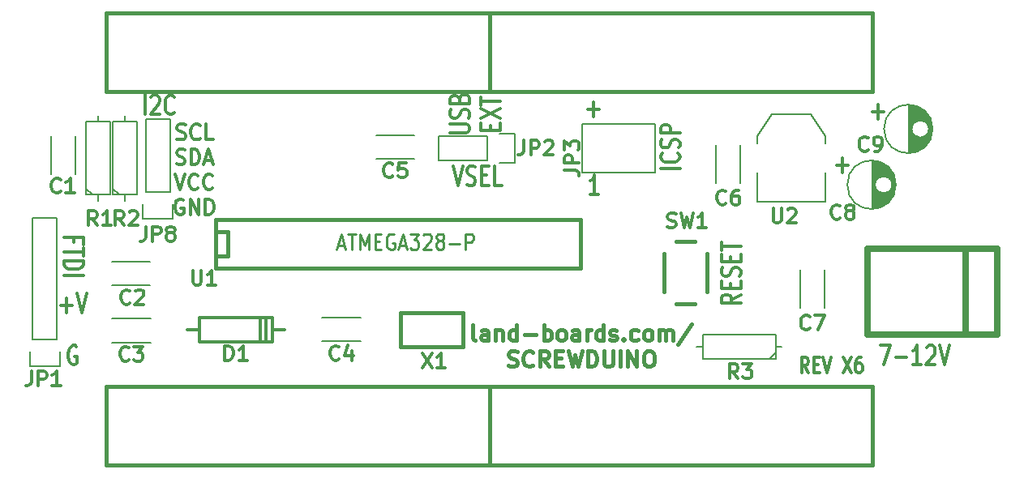
<source format=gbr>
G04 #@! TF.FileFunction,Legend,Top*
%FSLAX46Y46*%
G04 Gerber Fmt 4.6, Leading zero omitted, Abs format (unit mm)*
G04 Created by KiCad (PCBNEW (after 2015-mar-04 BZR unknown)-product) date 8/29/2015 7:40:19 PM*
%MOMM*%
G01*
G04 APERTURE LIST*
%ADD10C,0.150000*%
%ADD11C,0.304800*%
%ADD12C,0.412750*%
%ADD13C,0.203200*%
%ADD14C,0.381000*%
%ADD15C,0.650000*%
%ADD16C,0.284480*%
G04 APERTURE END LIST*
D10*
D11*
X173282429Y-96157143D02*
X174443572Y-96157143D01*
X173863001Y-96931238D02*
X173863001Y-95383048D01*
X176965429Y-90569143D02*
X178126572Y-90569143D01*
X177546001Y-91343238D02*
X177546001Y-89795048D01*
X147247429Y-90315143D02*
X148408572Y-90315143D01*
X147828001Y-91089238D02*
X147828001Y-89541048D01*
X170300952Y-117840881D02*
X169877619Y-117054690D01*
X169575238Y-117840881D02*
X169575238Y-116189881D01*
X170059047Y-116189881D01*
X170180000Y-116268500D01*
X170240476Y-116347119D01*
X170300952Y-116504357D01*
X170300952Y-116740214D01*
X170240476Y-116897452D01*
X170180000Y-116976071D01*
X170059047Y-117054690D01*
X169575238Y-117054690D01*
X170845238Y-116976071D02*
X171268571Y-116976071D01*
X171450000Y-117840881D02*
X170845238Y-117840881D01*
X170845238Y-116189881D01*
X171450000Y-116189881D01*
X171812857Y-116189881D02*
X172236191Y-117840881D01*
X172659524Y-116189881D01*
X173929524Y-116189881D02*
X174776190Y-117840881D01*
X174776190Y-116189881D02*
X173929524Y-117840881D01*
X175804286Y-116189881D02*
X175562381Y-116189881D01*
X175441429Y-116268500D01*
X175380952Y-116347119D01*
X175260000Y-116582976D01*
X175199524Y-116897452D01*
X175199524Y-117526405D01*
X175260000Y-117683643D01*
X175320476Y-117762262D01*
X175441429Y-117840881D01*
X175683333Y-117840881D01*
X175804286Y-117762262D01*
X175864762Y-117683643D01*
X175925238Y-117526405D01*
X175925238Y-117133310D01*
X175864762Y-116976071D01*
X175804286Y-116897452D01*
X175683333Y-116818833D01*
X175441429Y-116818833D01*
X175320476Y-116897452D01*
X175260000Y-116976071D01*
X175199524Y-117133310D01*
X93617143Y-104176286D02*
X93617143Y-103668286D01*
X92552762Y-103668286D02*
X94584762Y-103668286D01*
X94584762Y-104394000D01*
X94584762Y-104756858D02*
X94584762Y-105627715D01*
X92552762Y-105192286D02*
X94584762Y-105192286D01*
X92552762Y-106135715D02*
X94584762Y-106135715D01*
X94584762Y-106498572D01*
X94488000Y-106716287D01*
X94294476Y-106861429D01*
X94100952Y-106934001D01*
X93713905Y-107006572D01*
X93423619Y-107006572D01*
X93036571Y-106934001D01*
X92843048Y-106861429D01*
X92649524Y-106716287D01*
X92552762Y-106498572D01*
X92552762Y-106135715D01*
X92552762Y-107659715D02*
X94584762Y-107659715D01*
X177799999Y-114965238D02*
X178815999Y-114965238D01*
X178162856Y-116997238D01*
X179396571Y-116223143D02*
X180557714Y-116223143D01*
X182081714Y-116997238D02*
X181210857Y-116997238D01*
X181646285Y-116997238D02*
X181646285Y-114965238D01*
X181501142Y-115255524D01*
X181356000Y-115449048D01*
X181210857Y-115545810D01*
X182662286Y-115158762D02*
X182734857Y-115062000D01*
X182880000Y-114965238D01*
X183242857Y-114965238D01*
X183388000Y-115062000D01*
X183460571Y-115158762D01*
X183533143Y-115352286D01*
X183533143Y-115545810D01*
X183460571Y-115836095D01*
X182589714Y-116997238D01*
X183533143Y-116997238D01*
X183968572Y-114965238D02*
X184476572Y-116997238D01*
X184984572Y-114965238D01*
X101001286Y-90835238D02*
X101001286Y-88803238D01*
X101654429Y-88996762D02*
X101727000Y-88900000D01*
X101872143Y-88803238D01*
X102235000Y-88803238D01*
X102380143Y-88900000D01*
X102452714Y-88996762D01*
X102525286Y-89190286D01*
X102525286Y-89383810D01*
X102452714Y-89674095D01*
X101581857Y-90835238D01*
X102525286Y-90835238D01*
X104049286Y-90641714D02*
X103976715Y-90738476D01*
X103759001Y-90835238D01*
X103613858Y-90835238D01*
X103396143Y-90738476D01*
X103251001Y-90544952D01*
X103178429Y-90351429D01*
X103105858Y-89964381D01*
X103105858Y-89674095D01*
X103178429Y-89287048D01*
X103251001Y-89093524D01*
X103396143Y-88900000D01*
X103613858Y-88803238D01*
X103759001Y-88803238D01*
X103976715Y-88900000D01*
X104049286Y-88996762D01*
X148390429Y-99217238D02*
X147519572Y-99217238D01*
X147955000Y-99217238D02*
X147955000Y-97185238D01*
X147809857Y-97475524D01*
X147664715Y-97669048D01*
X147519572Y-97765810D01*
X137078857Y-92472857D02*
X137078857Y-91964857D01*
X138143238Y-91747143D02*
X138143238Y-92472857D01*
X136111238Y-92472857D01*
X136111238Y-91747143D01*
X136111238Y-91239143D02*
X138143238Y-90223143D01*
X136111238Y-90223143D02*
X138143238Y-91239143D01*
X136111238Y-89860285D02*
X136111238Y-88989428D01*
X138143238Y-89424857D02*
X136111238Y-89424857D01*
X132872238Y-92728143D02*
X134517190Y-92728143D01*
X134710714Y-92655571D01*
X134807476Y-92583000D01*
X134904238Y-92437857D01*
X134904238Y-92147571D01*
X134807476Y-92002429D01*
X134710714Y-91929857D01*
X134517190Y-91857286D01*
X132872238Y-91857286D01*
X134807476Y-91204143D02*
X134904238Y-90986429D01*
X134904238Y-90623572D01*
X134807476Y-90478429D01*
X134710714Y-90405858D01*
X134517190Y-90333286D01*
X134323667Y-90333286D01*
X134130143Y-90405858D01*
X134033381Y-90478429D01*
X133936619Y-90623572D01*
X133839857Y-90913858D01*
X133743095Y-91059000D01*
X133646333Y-91131572D01*
X133452810Y-91204143D01*
X133259286Y-91204143D01*
X133065762Y-91131572D01*
X132969000Y-91059000D01*
X132872238Y-90913858D01*
X132872238Y-90551000D01*
X132969000Y-90333286D01*
X133839857Y-89172143D02*
X133936619Y-88954429D01*
X134033381Y-88881857D01*
X134226905Y-88809286D01*
X134517190Y-88809286D01*
X134710714Y-88881857D01*
X134807476Y-88954429D01*
X134904238Y-89099571D01*
X134904238Y-89680143D01*
X132872238Y-89680143D01*
X132872238Y-89172143D01*
X132969000Y-89027000D01*
X133065762Y-88954429D01*
X133259286Y-88881857D01*
X133452810Y-88881857D01*
X133646333Y-88954429D01*
X133743095Y-89027000D01*
X133839857Y-89172143D01*
X133839857Y-89680143D01*
X133184000Y-96227238D02*
X133692000Y-98259238D01*
X134200000Y-96227238D01*
X134635429Y-98162476D02*
X134853143Y-98259238D01*
X135216000Y-98259238D01*
X135361143Y-98162476D01*
X135433714Y-98065714D01*
X135506286Y-97872190D01*
X135506286Y-97678667D01*
X135433714Y-97485143D01*
X135361143Y-97388381D01*
X135216000Y-97291619D01*
X134925714Y-97194857D01*
X134780572Y-97098095D01*
X134708000Y-97001333D01*
X134635429Y-96807810D01*
X134635429Y-96614286D01*
X134708000Y-96420762D01*
X134780572Y-96324000D01*
X134925714Y-96227238D01*
X135288572Y-96227238D01*
X135506286Y-96324000D01*
X136159429Y-97194857D02*
X136667429Y-97194857D01*
X136885143Y-98259238D02*
X136159429Y-98259238D01*
X136159429Y-96227238D01*
X136885143Y-96227238D01*
X138264000Y-98259238D02*
X137538286Y-98259238D01*
X137538286Y-96227238D01*
X163225238Y-109655429D02*
X162257619Y-110163429D01*
X163225238Y-110526286D02*
X161193238Y-110526286D01*
X161193238Y-109945714D01*
X161290000Y-109800572D01*
X161386762Y-109728000D01*
X161580286Y-109655429D01*
X161870571Y-109655429D01*
X162064095Y-109728000D01*
X162160857Y-109800572D01*
X162257619Y-109945714D01*
X162257619Y-110526286D01*
X162160857Y-109002286D02*
X162160857Y-108494286D01*
X163225238Y-108276572D02*
X163225238Y-109002286D01*
X161193238Y-109002286D01*
X161193238Y-108276572D01*
X163128476Y-107696000D02*
X163225238Y-107478286D01*
X163225238Y-107115429D01*
X163128476Y-106970286D01*
X163031714Y-106897715D01*
X162838190Y-106825143D01*
X162644667Y-106825143D01*
X162451143Y-106897715D01*
X162354381Y-106970286D01*
X162257619Y-107115429D01*
X162160857Y-107405715D01*
X162064095Y-107550857D01*
X161967333Y-107623429D01*
X161773810Y-107696000D01*
X161580286Y-107696000D01*
X161386762Y-107623429D01*
X161290000Y-107550857D01*
X161193238Y-107405715D01*
X161193238Y-107042857D01*
X161290000Y-106825143D01*
X162160857Y-106172000D02*
X162160857Y-105664000D01*
X163225238Y-105446286D02*
X163225238Y-106172000D01*
X161193238Y-106172000D01*
X161193238Y-105446286D01*
X161193238Y-105010857D02*
X161193238Y-104140000D01*
X163225238Y-104575429D02*
X161193238Y-104575429D01*
D12*
X135512023Y-114446806D02*
X135354785Y-114368187D01*
X135276166Y-114210949D01*
X135276166Y-112795806D01*
X136848548Y-114446806D02*
X136848548Y-113581996D01*
X136769929Y-113424758D01*
X136612691Y-113346139D01*
X136298214Y-113346139D01*
X136140976Y-113424758D01*
X136848548Y-114368187D02*
X136691310Y-114446806D01*
X136298214Y-114446806D01*
X136140976Y-114368187D01*
X136062357Y-114210949D01*
X136062357Y-114053711D01*
X136140976Y-113896473D01*
X136298214Y-113817854D01*
X136691310Y-113817854D01*
X136848548Y-113739235D01*
X137634738Y-113346139D02*
X137634738Y-114446806D01*
X137634738Y-113503377D02*
X137713357Y-113424758D01*
X137870595Y-113346139D01*
X138106453Y-113346139D01*
X138263691Y-113424758D01*
X138342310Y-113581996D01*
X138342310Y-114446806D01*
X139836072Y-114446806D02*
X139836072Y-112795806D01*
X139836072Y-114368187D02*
X139678834Y-114446806D01*
X139364357Y-114446806D01*
X139207119Y-114368187D01*
X139128500Y-114289568D01*
X139049881Y-114132330D01*
X139049881Y-113660615D01*
X139128500Y-113503377D01*
X139207119Y-113424758D01*
X139364357Y-113346139D01*
X139678834Y-113346139D01*
X139836072Y-113424758D01*
X140622262Y-113817854D02*
X141880167Y-113817854D01*
X142666357Y-114446806D02*
X142666357Y-112795806D01*
X142666357Y-113424758D02*
X142823595Y-113346139D01*
X143138072Y-113346139D01*
X143295310Y-113424758D01*
X143373929Y-113503377D01*
X143452548Y-113660615D01*
X143452548Y-114132330D01*
X143373929Y-114289568D01*
X143295310Y-114368187D01*
X143138072Y-114446806D01*
X142823595Y-114446806D01*
X142666357Y-114368187D01*
X144395976Y-114446806D02*
X144238738Y-114368187D01*
X144160119Y-114289568D01*
X144081500Y-114132330D01*
X144081500Y-113660615D01*
X144160119Y-113503377D01*
X144238738Y-113424758D01*
X144395976Y-113346139D01*
X144631834Y-113346139D01*
X144789072Y-113424758D01*
X144867691Y-113503377D01*
X144946310Y-113660615D01*
X144946310Y-114132330D01*
X144867691Y-114289568D01*
X144789072Y-114368187D01*
X144631834Y-114446806D01*
X144395976Y-114446806D01*
X146361453Y-114446806D02*
X146361453Y-113581996D01*
X146282834Y-113424758D01*
X146125596Y-113346139D01*
X145811119Y-113346139D01*
X145653881Y-113424758D01*
X146361453Y-114368187D02*
X146204215Y-114446806D01*
X145811119Y-114446806D01*
X145653881Y-114368187D01*
X145575262Y-114210949D01*
X145575262Y-114053711D01*
X145653881Y-113896473D01*
X145811119Y-113817854D01*
X146204215Y-113817854D01*
X146361453Y-113739235D01*
X147147643Y-114446806D02*
X147147643Y-113346139D01*
X147147643Y-113660615D02*
X147226262Y-113503377D01*
X147304881Y-113424758D01*
X147462119Y-113346139D01*
X147619358Y-113346139D01*
X148877263Y-114446806D02*
X148877263Y-112795806D01*
X148877263Y-114368187D02*
X148720025Y-114446806D01*
X148405548Y-114446806D01*
X148248310Y-114368187D01*
X148169691Y-114289568D01*
X148091072Y-114132330D01*
X148091072Y-113660615D01*
X148169691Y-113503377D01*
X148248310Y-113424758D01*
X148405548Y-113346139D01*
X148720025Y-113346139D01*
X148877263Y-113424758D01*
X149584834Y-114368187D02*
X149742072Y-114446806D01*
X150056548Y-114446806D01*
X150213787Y-114368187D01*
X150292406Y-114210949D01*
X150292406Y-114132330D01*
X150213787Y-113975092D01*
X150056548Y-113896473D01*
X149820691Y-113896473D01*
X149663453Y-113817854D01*
X149584834Y-113660615D01*
X149584834Y-113581996D01*
X149663453Y-113424758D01*
X149820691Y-113346139D01*
X150056548Y-113346139D01*
X150213787Y-113424758D01*
X150999977Y-114289568D02*
X151078596Y-114368187D01*
X150999977Y-114446806D01*
X150921358Y-114368187D01*
X150999977Y-114289568D01*
X150999977Y-114446806D01*
X152493739Y-114368187D02*
X152336501Y-114446806D01*
X152022024Y-114446806D01*
X151864786Y-114368187D01*
X151786167Y-114289568D01*
X151707548Y-114132330D01*
X151707548Y-113660615D01*
X151786167Y-113503377D01*
X151864786Y-113424758D01*
X152022024Y-113346139D01*
X152336501Y-113346139D01*
X152493739Y-113424758D01*
X153437167Y-114446806D02*
X153279929Y-114368187D01*
X153201310Y-114289568D01*
X153122691Y-114132330D01*
X153122691Y-113660615D01*
X153201310Y-113503377D01*
X153279929Y-113424758D01*
X153437167Y-113346139D01*
X153673025Y-113346139D01*
X153830263Y-113424758D01*
X153908882Y-113503377D01*
X153987501Y-113660615D01*
X153987501Y-114132330D01*
X153908882Y-114289568D01*
X153830263Y-114368187D01*
X153673025Y-114446806D01*
X153437167Y-114446806D01*
X154695072Y-114446806D02*
X154695072Y-113346139D01*
X154695072Y-113503377D02*
X154773691Y-113424758D01*
X154930929Y-113346139D01*
X155166787Y-113346139D01*
X155324025Y-113424758D01*
X155402644Y-113581996D01*
X155402644Y-114446806D01*
X155402644Y-113581996D02*
X155481263Y-113424758D01*
X155638501Y-113346139D01*
X155874358Y-113346139D01*
X156031596Y-113424758D01*
X156110215Y-113581996D01*
X156110215Y-114446806D01*
X158075691Y-112717187D02*
X156660548Y-114839901D01*
X138931953Y-117092337D02*
X139167810Y-117170956D01*
X139560906Y-117170956D01*
X139718144Y-117092337D01*
X139796763Y-117013718D01*
X139875382Y-116856480D01*
X139875382Y-116699242D01*
X139796763Y-116542004D01*
X139718144Y-116463385D01*
X139560906Y-116384765D01*
X139246429Y-116306146D01*
X139089191Y-116227527D01*
X139010572Y-116148908D01*
X138931953Y-115991670D01*
X138931953Y-115834432D01*
X139010572Y-115677194D01*
X139089191Y-115598575D01*
X139246429Y-115519956D01*
X139639525Y-115519956D01*
X139875382Y-115598575D01*
X141526382Y-117013718D02*
X141447763Y-117092337D01*
X141211906Y-117170956D01*
X141054668Y-117170956D01*
X140818810Y-117092337D01*
X140661572Y-116935099D01*
X140582953Y-116777861D01*
X140504334Y-116463385D01*
X140504334Y-116227527D01*
X140582953Y-115913051D01*
X140661572Y-115755813D01*
X140818810Y-115598575D01*
X141054668Y-115519956D01*
X141211906Y-115519956D01*
X141447763Y-115598575D01*
X141526382Y-115677194D01*
X143177382Y-117170956D02*
X142627048Y-116384765D01*
X142233953Y-117170956D02*
X142233953Y-115519956D01*
X142862906Y-115519956D01*
X143020144Y-115598575D01*
X143098763Y-115677194D01*
X143177382Y-115834432D01*
X143177382Y-116070289D01*
X143098763Y-116227527D01*
X143020144Y-116306146D01*
X142862906Y-116384765D01*
X142233953Y-116384765D01*
X143884953Y-116306146D02*
X144435287Y-116306146D01*
X144671144Y-117170956D02*
X143884953Y-117170956D01*
X143884953Y-115519956D01*
X144671144Y-115519956D01*
X145221477Y-115519956D02*
X145614572Y-117170956D01*
X145929049Y-115991670D01*
X146243525Y-117170956D01*
X146636620Y-115519956D01*
X147265572Y-117170956D02*
X147265572Y-115519956D01*
X147658667Y-115519956D01*
X147894525Y-115598575D01*
X148051763Y-115755813D01*
X148130382Y-115913051D01*
X148209001Y-116227527D01*
X148209001Y-116463385D01*
X148130382Y-116777861D01*
X148051763Y-116935099D01*
X147894525Y-117092337D01*
X147658667Y-117170956D01*
X147265572Y-117170956D01*
X148916572Y-115519956D02*
X148916572Y-116856480D01*
X148995191Y-117013718D01*
X149073810Y-117092337D01*
X149231048Y-117170956D01*
X149545525Y-117170956D01*
X149702763Y-117092337D01*
X149781382Y-117013718D01*
X149860001Y-116856480D01*
X149860001Y-115519956D01*
X150646191Y-117170956D02*
X150646191Y-115519956D01*
X151432381Y-117170956D02*
X151432381Y-115519956D01*
X152375810Y-117170956D01*
X152375810Y-115519956D01*
X153476476Y-115519956D02*
X153790953Y-115519956D01*
X153948191Y-115598575D01*
X154105429Y-115755813D01*
X154184048Y-116070289D01*
X154184048Y-116620623D01*
X154105429Y-116935099D01*
X153948191Y-117092337D01*
X153790953Y-117170956D01*
X153476476Y-117170956D01*
X153319238Y-117092337D01*
X153162000Y-116935099D01*
X153083381Y-116620623D01*
X153083381Y-116070289D01*
X153162000Y-115755813D01*
X153319238Y-115598575D01*
X153476476Y-115519956D01*
D11*
X92238286Y-110762143D02*
X93399429Y-110762143D01*
X92818858Y-111536238D02*
X92818858Y-109988048D01*
X93907429Y-109504238D02*
X94415429Y-111536238D01*
X94923429Y-109504238D01*
X93871143Y-115062000D02*
X93726000Y-114965238D01*
X93508286Y-114965238D01*
X93290571Y-115062000D01*
X93145429Y-115255524D01*
X93072857Y-115449048D01*
X93000286Y-115836095D01*
X93000286Y-116126381D01*
X93072857Y-116513429D01*
X93145429Y-116706952D01*
X93290571Y-116900476D01*
X93508286Y-116997238D01*
X93653429Y-116997238D01*
X93871143Y-116900476D01*
X93943714Y-116803714D01*
X93943714Y-116126381D01*
X93653429Y-116126381D01*
X104357715Y-93390962D02*
X104575429Y-93469581D01*
X104938286Y-93469581D01*
X105083429Y-93390962D01*
X105156000Y-93312343D01*
X105228572Y-93155105D01*
X105228572Y-92997867D01*
X105156000Y-92840629D01*
X105083429Y-92762010D01*
X104938286Y-92683390D01*
X104648000Y-92604771D01*
X104502858Y-92526152D01*
X104430286Y-92447533D01*
X104357715Y-92290295D01*
X104357715Y-92133057D01*
X104430286Y-91975819D01*
X104502858Y-91897200D01*
X104648000Y-91818581D01*
X105010858Y-91818581D01*
X105228572Y-91897200D01*
X106752572Y-93312343D02*
X106680001Y-93390962D01*
X106462287Y-93469581D01*
X106317144Y-93469581D01*
X106099429Y-93390962D01*
X105954287Y-93233724D01*
X105881715Y-93076486D01*
X105809144Y-92762010D01*
X105809144Y-92526152D01*
X105881715Y-92211676D01*
X105954287Y-92054438D01*
X106099429Y-91897200D01*
X106317144Y-91818581D01*
X106462287Y-91818581D01*
X106680001Y-91897200D01*
X106752572Y-91975819D01*
X108131429Y-93469581D02*
X107405715Y-93469581D01*
X107405715Y-91818581D01*
X104321429Y-96007162D02*
X104539143Y-96085781D01*
X104902000Y-96085781D01*
X105047143Y-96007162D01*
X105119714Y-95928543D01*
X105192286Y-95771305D01*
X105192286Y-95614067D01*
X105119714Y-95456829D01*
X105047143Y-95378210D01*
X104902000Y-95299590D01*
X104611714Y-95220971D01*
X104466572Y-95142352D01*
X104394000Y-95063733D01*
X104321429Y-94906495D01*
X104321429Y-94749257D01*
X104394000Y-94592019D01*
X104466572Y-94513400D01*
X104611714Y-94434781D01*
X104974572Y-94434781D01*
X105192286Y-94513400D01*
X105845429Y-96085781D02*
X105845429Y-94434781D01*
X106208286Y-94434781D01*
X106426001Y-94513400D01*
X106571143Y-94670638D01*
X106643715Y-94827876D01*
X106716286Y-95142352D01*
X106716286Y-95378210D01*
X106643715Y-95692686D01*
X106571143Y-95849924D01*
X106426001Y-96007162D01*
X106208286Y-96085781D01*
X105845429Y-96085781D01*
X107296858Y-95614067D02*
X108022572Y-95614067D01*
X107151715Y-96085781D02*
X107659715Y-94434781D01*
X108167715Y-96085781D01*
X104140000Y-97050981D02*
X104648000Y-98701981D01*
X105156000Y-97050981D01*
X106534857Y-98544743D02*
X106462286Y-98623362D01*
X106244572Y-98701981D01*
X106099429Y-98701981D01*
X105881714Y-98623362D01*
X105736572Y-98466124D01*
X105664000Y-98308886D01*
X105591429Y-97994410D01*
X105591429Y-97758552D01*
X105664000Y-97444076D01*
X105736572Y-97286838D01*
X105881714Y-97129600D01*
X106099429Y-97050981D01*
X106244572Y-97050981D01*
X106462286Y-97129600D01*
X106534857Y-97208219D01*
X108058857Y-98544743D02*
X107986286Y-98623362D01*
X107768572Y-98701981D01*
X107623429Y-98701981D01*
X107405714Y-98623362D01*
X107260572Y-98466124D01*
X107188000Y-98308886D01*
X107115429Y-97994410D01*
X107115429Y-97758552D01*
X107188000Y-97444076D01*
X107260572Y-97286838D01*
X107405714Y-97129600D01*
X107623429Y-97050981D01*
X107768572Y-97050981D01*
X107986286Y-97129600D01*
X108058857Y-97208219D01*
X105010858Y-99745800D02*
X104865715Y-99667181D01*
X104648001Y-99667181D01*
X104430286Y-99745800D01*
X104285144Y-99903038D01*
X104212572Y-100060276D01*
X104140001Y-100374752D01*
X104140001Y-100610610D01*
X104212572Y-100925086D01*
X104285144Y-101082324D01*
X104430286Y-101239562D01*
X104648001Y-101318181D01*
X104793144Y-101318181D01*
X105010858Y-101239562D01*
X105083429Y-101160943D01*
X105083429Y-100610610D01*
X104793144Y-100610610D01*
X105736572Y-101318181D02*
X105736572Y-99667181D01*
X106607429Y-101318181D01*
X106607429Y-99667181D01*
X107333143Y-101318181D02*
X107333143Y-99667181D01*
X107696000Y-99667181D01*
X107913715Y-99745800D01*
X108058857Y-99903038D01*
X108131429Y-100060276D01*
X108204000Y-100374752D01*
X108204000Y-100610610D01*
X108131429Y-100925086D01*
X108058857Y-101082324D01*
X107913715Y-101239562D01*
X107696000Y-101318181D01*
X107333143Y-101318181D01*
X156875238Y-96483714D02*
X154843238Y-96483714D01*
X156681714Y-94887143D02*
X156778476Y-94959714D01*
X156875238Y-95177428D01*
X156875238Y-95322571D01*
X156778476Y-95540286D01*
X156584952Y-95685428D01*
X156391429Y-95758000D01*
X156004381Y-95830571D01*
X155714095Y-95830571D01*
X155327048Y-95758000D01*
X155133524Y-95685428D01*
X154940000Y-95540286D01*
X154843238Y-95322571D01*
X154843238Y-95177428D01*
X154940000Y-94959714D01*
X155036762Y-94887143D01*
X156778476Y-94306571D02*
X156875238Y-94088857D01*
X156875238Y-93726000D01*
X156778476Y-93580857D01*
X156681714Y-93508286D01*
X156488190Y-93435714D01*
X156294667Y-93435714D01*
X156101143Y-93508286D01*
X156004381Y-93580857D01*
X155907619Y-93726000D01*
X155810857Y-94016286D01*
X155714095Y-94161428D01*
X155617333Y-94234000D01*
X155423810Y-94306571D01*
X155230286Y-94306571D01*
X155036762Y-94234000D01*
X154940000Y-94161428D01*
X154843238Y-94016286D01*
X154843238Y-93653428D01*
X154940000Y-93435714D01*
X156875238Y-92782571D02*
X154843238Y-92782571D01*
X154843238Y-92201999D01*
X154940000Y-92056857D01*
X155036762Y-91984285D01*
X155230286Y-91911714D01*
X155520571Y-91911714D01*
X155714095Y-91984285D01*
X155810857Y-92056857D01*
X155907619Y-92201999D01*
X155907619Y-92782571D01*
D10*
X93706000Y-93103000D02*
X93706000Y-97103000D01*
X91206000Y-93103000D02*
X91206000Y-97103000D01*
X97548000Y-106192000D02*
X101548000Y-106192000D01*
X97548000Y-108692000D02*
X101548000Y-108692000D01*
X101588000Y-114661000D02*
X97588000Y-114661000D01*
X101588000Y-112161000D02*
X97588000Y-112161000D01*
X119519000Y-112034000D02*
X123519000Y-112034000D01*
X119519000Y-114534000D02*
X123519000Y-114534000D01*
X129147000Y-95484000D02*
X125147000Y-95484000D01*
X129147000Y-92984000D02*
X125147000Y-92984000D01*
X163175000Y-93992000D02*
X163175000Y-97992000D01*
X160675000Y-93992000D02*
X160675000Y-97992000D01*
X171938000Y-107073000D02*
X171938000Y-111073000D01*
X169438000Y-107073000D02*
X169438000Y-111073000D01*
X89281000Y-114300000D02*
X89281000Y-101600000D01*
X89281000Y-101600000D02*
X91821000Y-101600000D01*
X91821000Y-101600000D02*
X91821000Y-114300000D01*
X89001000Y-117120000D02*
X89001000Y-115570000D01*
X89281000Y-114300000D02*
X91821000Y-114300000D01*
X92101000Y-115570000D02*
X92101000Y-117120000D01*
X92101000Y-117120000D02*
X89001000Y-117120000D01*
X136779000Y-93091000D02*
X131699000Y-93091000D01*
X131699000Y-93091000D02*
X131699000Y-95631000D01*
X131699000Y-95631000D02*
X136779000Y-95631000D01*
X139599000Y-95911000D02*
X138049000Y-95911000D01*
X136779000Y-95631000D02*
X136779000Y-93091000D01*
X138049000Y-92811000D02*
X139599000Y-92811000D01*
X139599000Y-92811000D02*
X139599000Y-95911000D01*
D13*
X154305000Y-96901000D02*
X146685000Y-96901000D01*
X146685000Y-91821000D02*
X154305000Y-91821000D01*
X154305000Y-91821000D02*
X154305000Y-96901000D01*
X146685000Y-96901000D02*
X146685000Y-91821000D01*
D14*
X176973360Y-119240440D02*
X176973360Y-127439560D01*
X176973360Y-127439560D02*
X136973440Y-127439560D01*
X136973440Y-127439560D02*
X136973440Y-119240440D01*
X136973440Y-119240440D02*
X176973360Y-119240440D01*
X96974640Y-88439560D02*
X96974640Y-80240440D01*
X96974640Y-80240440D02*
X136974560Y-80240440D01*
X136974560Y-80240440D02*
X136974560Y-88439560D01*
X136974560Y-88439560D02*
X96974640Y-88439560D01*
X136974640Y-88439560D02*
X136974640Y-80240440D01*
X136974640Y-80240440D02*
X176974560Y-80240440D01*
X176974560Y-80240440D02*
X176974560Y-88439560D01*
X176974560Y-88439560D02*
X136974640Y-88439560D01*
X136973360Y-119240440D02*
X136973360Y-127439560D01*
X136973360Y-127439560D02*
X96973440Y-127439560D01*
X96973440Y-127439560D02*
X96973440Y-119240440D01*
X96973440Y-119240440D02*
X136973360Y-119240440D01*
D10*
X103632000Y-98933000D02*
X103632000Y-91313000D01*
X101092000Y-98933000D02*
X101092000Y-91313000D01*
X100812000Y-101753000D02*
X100812000Y-100203000D01*
X103632000Y-91313000D02*
X101092000Y-91313000D01*
X101092000Y-98933000D02*
X103632000Y-98933000D01*
X103912000Y-100203000D02*
X103912000Y-101753000D01*
X103912000Y-101753000D02*
X100812000Y-101753000D01*
X95504000Y-99187000D02*
X97409000Y-99187000D01*
X97409000Y-99187000D02*
X97409000Y-91567000D01*
X97409000Y-91567000D02*
X94869000Y-91567000D01*
X94869000Y-91567000D02*
X94869000Y-99187000D01*
X94869000Y-99187000D02*
X95504000Y-99187000D01*
X96139000Y-99822000D02*
X96139000Y-99187000D01*
X96139000Y-91567000D02*
X96139000Y-90932000D01*
X95504000Y-99187000D02*
X94869000Y-98552000D01*
X98298000Y-99187000D02*
X100203000Y-99187000D01*
X100203000Y-99187000D02*
X100203000Y-91567000D01*
X100203000Y-91567000D02*
X97663000Y-91567000D01*
X97663000Y-91567000D02*
X97663000Y-99187000D01*
X97663000Y-99187000D02*
X98298000Y-99187000D01*
X98933000Y-99822000D02*
X98933000Y-99187000D01*
X98933000Y-91567000D02*
X98933000Y-90932000D01*
X98298000Y-99187000D02*
X97663000Y-98552000D01*
X166878000Y-115697000D02*
X166878000Y-113792000D01*
X166878000Y-113792000D02*
X159258000Y-113792000D01*
X159258000Y-113792000D02*
X159258000Y-116332000D01*
X159258000Y-116332000D02*
X166878000Y-116332000D01*
X166878000Y-116332000D02*
X166878000Y-115697000D01*
X167513000Y-115062000D02*
X166878000Y-115062000D01*
X159258000Y-115062000D02*
X158623000Y-115062000D01*
X166878000Y-115697000D02*
X166243000Y-116332000D01*
D14*
X156473240Y-110591200D02*
X158474760Y-110591200D01*
X159724440Y-109338980D02*
X159724440Y-105341020D01*
X156473240Y-104088800D02*
X158223300Y-104088800D01*
X158223300Y-104088800D02*
X158474760Y-104088800D01*
X155223560Y-109338980D02*
X155223560Y-105341020D01*
X108424000Y-101800000D02*
X146524000Y-101800000D01*
X146524000Y-101800000D02*
X146524000Y-106880000D01*
X146524000Y-106880000D02*
X108424000Y-106880000D01*
X108424000Y-106880000D02*
X108424000Y-101800000D01*
X108424000Y-103070000D02*
X109694000Y-103070000D01*
X109694000Y-103070000D02*
X109694000Y-105610000D01*
X109694000Y-105610000D02*
X108424000Y-105610000D01*
D13*
X164918000Y-96864000D02*
X164918000Y-99912000D01*
X164918000Y-99912000D02*
X172030000Y-99912000D01*
X172030000Y-99912000D02*
X172030000Y-96864000D01*
X164918000Y-93816000D02*
X164918000Y-93054000D01*
X164918000Y-93054000D02*
X166442000Y-90768000D01*
X166442000Y-90768000D02*
X170506000Y-90768000D01*
X170506000Y-90768000D02*
X172030000Y-93054000D01*
X172030000Y-93054000D02*
X172030000Y-93816000D01*
D14*
X134225200Y-115090060D02*
X127722800Y-115090060D01*
X127722800Y-115090060D02*
X127722800Y-111589940D01*
X127722800Y-111589940D02*
X134225200Y-111589940D01*
X134225200Y-111589940D02*
X134225200Y-115090060D01*
D11*
X106664000Y-112070000D02*
X114284000Y-112070000D01*
X114284000Y-112070000D02*
X114284000Y-114610000D01*
X114284000Y-114610000D02*
X106664000Y-114610000D01*
X106664000Y-114610000D02*
X106664000Y-112070000D01*
X113649000Y-112070000D02*
X113649000Y-114610000D01*
X113014000Y-114610000D02*
X113014000Y-112070000D01*
X106664000Y-113340000D02*
X105394000Y-113340000D01*
X114284000Y-113340000D02*
X115554000Y-113340000D01*
D10*
X176966000Y-95672000D02*
X176966000Y-100670000D01*
X177106000Y-95680000D02*
X177106000Y-100662000D01*
X177246000Y-95696000D02*
X177246000Y-98076000D01*
X177246000Y-98266000D02*
X177246000Y-100646000D01*
X177386000Y-95720000D02*
X177386000Y-97681000D01*
X177386000Y-98661000D02*
X177386000Y-100622000D01*
X177526000Y-95753000D02*
X177526000Y-97514000D01*
X177526000Y-98828000D02*
X177526000Y-100589000D01*
X177666000Y-95794000D02*
X177666000Y-97407000D01*
X177666000Y-98935000D02*
X177666000Y-100548000D01*
X177806000Y-95844000D02*
X177806000Y-97336000D01*
X177806000Y-99006000D02*
X177806000Y-100498000D01*
X177946000Y-95905000D02*
X177946000Y-97292000D01*
X177946000Y-99050000D02*
X177946000Y-100437000D01*
X178086000Y-95975000D02*
X178086000Y-97273000D01*
X178086000Y-99069000D02*
X178086000Y-100367000D01*
X178226000Y-96057000D02*
X178226000Y-97275000D01*
X178226000Y-99067000D02*
X178226000Y-100285000D01*
X178366000Y-96152000D02*
X178366000Y-97300000D01*
X178366000Y-99042000D02*
X178366000Y-100190000D01*
X178506000Y-96263000D02*
X178506000Y-97348000D01*
X178506000Y-98994000D02*
X178506000Y-100079000D01*
X178646000Y-96391000D02*
X178646000Y-97426000D01*
X178646000Y-98916000D02*
X178646000Y-99951000D01*
X178786000Y-96540000D02*
X178786000Y-97543000D01*
X178786000Y-98799000D02*
X178786000Y-99802000D01*
X178926000Y-96719000D02*
X178926000Y-97731000D01*
X178926000Y-98611000D02*
X178926000Y-99623000D01*
X179066000Y-96938000D02*
X179066000Y-99404000D01*
X179206000Y-97227000D02*
X179206000Y-99115000D01*
X179346000Y-97699000D02*
X179346000Y-98643000D01*
X179041000Y-98171000D02*
G75*
G03X179041000Y-98171000I-900000J0D01*
G01*
X179428500Y-98171000D02*
G75*
G03X179428500Y-98171000I-2537500J0D01*
G01*
X180799000Y-89841000D02*
X180799000Y-94839000D01*
X180939000Y-89849000D02*
X180939000Y-94831000D01*
X181079000Y-89865000D02*
X181079000Y-92245000D01*
X181079000Y-92435000D02*
X181079000Y-94815000D01*
X181219000Y-89889000D02*
X181219000Y-91850000D01*
X181219000Y-92830000D02*
X181219000Y-94791000D01*
X181359000Y-89922000D02*
X181359000Y-91683000D01*
X181359000Y-92997000D02*
X181359000Y-94758000D01*
X181499000Y-89963000D02*
X181499000Y-91576000D01*
X181499000Y-93104000D02*
X181499000Y-94717000D01*
X181639000Y-90013000D02*
X181639000Y-91505000D01*
X181639000Y-93175000D02*
X181639000Y-94667000D01*
X181779000Y-90074000D02*
X181779000Y-91461000D01*
X181779000Y-93219000D02*
X181779000Y-94606000D01*
X181919000Y-90144000D02*
X181919000Y-91442000D01*
X181919000Y-93238000D02*
X181919000Y-94536000D01*
X182059000Y-90226000D02*
X182059000Y-91444000D01*
X182059000Y-93236000D02*
X182059000Y-94454000D01*
X182199000Y-90321000D02*
X182199000Y-91469000D01*
X182199000Y-93211000D02*
X182199000Y-94359000D01*
X182339000Y-90432000D02*
X182339000Y-91517000D01*
X182339000Y-93163000D02*
X182339000Y-94248000D01*
X182479000Y-90560000D02*
X182479000Y-91595000D01*
X182479000Y-93085000D02*
X182479000Y-94120000D01*
X182619000Y-90709000D02*
X182619000Y-91712000D01*
X182619000Y-92968000D02*
X182619000Y-93971000D01*
X182759000Y-90888000D02*
X182759000Y-91900000D01*
X182759000Y-92780000D02*
X182759000Y-93792000D01*
X182899000Y-91107000D02*
X182899000Y-93573000D01*
X183039000Y-91396000D02*
X183039000Y-93284000D01*
X183179000Y-91868000D02*
X183179000Y-92812000D01*
X182874000Y-92340000D02*
G75*
G03X182874000Y-92340000I-900000J0D01*
G01*
X183261500Y-92340000D02*
G75*
G03X183261500Y-92340000I-2537500J0D01*
G01*
D15*
X186674000Y-104840000D02*
X186674000Y-113840000D01*
X189974000Y-113840000D02*
X189974000Y-104840000D01*
X189974000Y-113840000D02*
X176474000Y-113840000D01*
X176474000Y-113840000D02*
X176474000Y-104840000D01*
X189974000Y-104840000D02*
X176474000Y-104840000D01*
D11*
X92184000Y-98879286D02*
X92111429Y-98951857D01*
X91893715Y-99024429D01*
X91748572Y-99024429D01*
X91530857Y-98951857D01*
X91385715Y-98806714D01*
X91313143Y-98661571D01*
X91240572Y-98371286D01*
X91240572Y-98153571D01*
X91313143Y-97863286D01*
X91385715Y-97718143D01*
X91530857Y-97573000D01*
X91748572Y-97500429D01*
X91893715Y-97500429D01*
X92111429Y-97573000D01*
X92184000Y-97645571D01*
X93635429Y-99024429D02*
X92764572Y-99024429D01*
X93200000Y-99024429D02*
X93200000Y-97500429D01*
X93054857Y-97718143D01*
X92909715Y-97863286D01*
X92764572Y-97935857D01*
X99441000Y-110526286D02*
X99368429Y-110598857D01*
X99150715Y-110671429D01*
X99005572Y-110671429D01*
X98787857Y-110598857D01*
X98642715Y-110453714D01*
X98570143Y-110308571D01*
X98497572Y-110018286D01*
X98497572Y-109800571D01*
X98570143Y-109510286D01*
X98642715Y-109365143D01*
X98787857Y-109220000D01*
X99005572Y-109147429D01*
X99150715Y-109147429D01*
X99368429Y-109220000D01*
X99441000Y-109292571D01*
X100021572Y-109292571D02*
X100094143Y-109220000D01*
X100239286Y-109147429D01*
X100602143Y-109147429D01*
X100747286Y-109220000D01*
X100819857Y-109292571D01*
X100892429Y-109437714D01*
X100892429Y-109582857D01*
X100819857Y-109800571D01*
X99949000Y-110671429D01*
X100892429Y-110671429D01*
X99334000Y-116455286D02*
X99261429Y-116527857D01*
X99043715Y-116600429D01*
X98898572Y-116600429D01*
X98680857Y-116527857D01*
X98535715Y-116382714D01*
X98463143Y-116237571D01*
X98390572Y-115947286D01*
X98390572Y-115729571D01*
X98463143Y-115439286D01*
X98535715Y-115294143D01*
X98680857Y-115149000D01*
X98898572Y-115076429D01*
X99043715Y-115076429D01*
X99261429Y-115149000D01*
X99334000Y-115221571D01*
X99842000Y-115076429D02*
X100785429Y-115076429D01*
X100277429Y-115657000D01*
X100495143Y-115657000D01*
X100640286Y-115729571D01*
X100712857Y-115802143D01*
X100785429Y-115947286D01*
X100785429Y-116310143D01*
X100712857Y-116455286D01*
X100640286Y-116527857D01*
X100495143Y-116600429D01*
X100059715Y-116600429D01*
X99914572Y-116527857D01*
X99842000Y-116455286D01*
X121285000Y-116368286D02*
X121212429Y-116440857D01*
X120994715Y-116513429D01*
X120849572Y-116513429D01*
X120631857Y-116440857D01*
X120486715Y-116295714D01*
X120414143Y-116150571D01*
X120341572Y-115860286D01*
X120341572Y-115642571D01*
X120414143Y-115352286D01*
X120486715Y-115207143D01*
X120631857Y-115062000D01*
X120849572Y-114989429D01*
X120994715Y-114989429D01*
X121212429Y-115062000D01*
X121285000Y-115134571D01*
X122591286Y-115497429D02*
X122591286Y-116513429D01*
X122228429Y-114916857D02*
X121865572Y-116005429D01*
X122809000Y-116005429D01*
X126893000Y-97278286D02*
X126820429Y-97350857D01*
X126602715Y-97423429D01*
X126457572Y-97423429D01*
X126239857Y-97350857D01*
X126094715Y-97205714D01*
X126022143Y-97060571D01*
X125949572Y-96770286D01*
X125949572Y-96552571D01*
X126022143Y-96262286D01*
X126094715Y-96117143D01*
X126239857Y-95972000D01*
X126457572Y-95899429D01*
X126602715Y-95899429D01*
X126820429Y-95972000D01*
X126893000Y-96044571D01*
X128271857Y-95899429D02*
X127546143Y-95899429D01*
X127473572Y-96625143D01*
X127546143Y-96552571D01*
X127691286Y-96480000D01*
X128054143Y-96480000D01*
X128199286Y-96552571D01*
X128271857Y-96625143D01*
X128344429Y-96770286D01*
X128344429Y-97133143D01*
X128271857Y-97278286D01*
X128199286Y-97350857D01*
X128054143Y-97423429D01*
X127691286Y-97423429D01*
X127546143Y-97350857D01*
X127473572Y-97278286D01*
X161671000Y-100112286D02*
X161598429Y-100184857D01*
X161380715Y-100257429D01*
X161235572Y-100257429D01*
X161017857Y-100184857D01*
X160872715Y-100039714D01*
X160800143Y-99894571D01*
X160727572Y-99604286D01*
X160727572Y-99386571D01*
X160800143Y-99096286D01*
X160872715Y-98951143D01*
X161017857Y-98806000D01*
X161235572Y-98733429D01*
X161380715Y-98733429D01*
X161598429Y-98806000D01*
X161671000Y-98878571D01*
X162977286Y-98733429D02*
X162687000Y-98733429D01*
X162541857Y-98806000D01*
X162469286Y-98878571D01*
X162324143Y-99096286D01*
X162251572Y-99386571D01*
X162251572Y-99967143D01*
X162324143Y-100112286D01*
X162396715Y-100184857D01*
X162541857Y-100257429D01*
X162832143Y-100257429D01*
X162977286Y-100184857D01*
X163049857Y-100112286D01*
X163122429Y-99967143D01*
X163122429Y-99604286D01*
X163049857Y-99459143D01*
X162977286Y-99386571D01*
X162832143Y-99314000D01*
X162541857Y-99314000D01*
X162396715Y-99386571D01*
X162324143Y-99459143D01*
X162251572Y-99604286D01*
X170434000Y-113193286D02*
X170361429Y-113265857D01*
X170143715Y-113338429D01*
X169998572Y-113338429D01*
X169780857Y-113265857D01*
X169635715Y-113120714D01*
X169563143Y-112975571D01*
X169490572Y-112685286D01*
X169490572Y-112467571D01*
X169563143Y-112177286D01*
X169635715Y-112032143D01*
X169780857Y-111887000D01*
X169998572Y-111814429D01*
X170143715Y-111814429D01*
X170361429Y-111887000D01*
X170434000Y-111959571D01*
X170942000Y-111814429D02*
X171958000Y-111814429D01*
X171304857Y-113338429D01*
X89154000Y-117656429D02*
X89154000Y-118745000D01*
X89081428Y-118962714D01*
X88936285Y-119107857D01*
X88718571Y-119180429D01*
X88573428Y-119180429D01*
X89879714Y-119180429D02*
X89879714Y-117656429D01*
X90460286Y-117656429D01*
X90605428Y-117729000D01*
X90678000Y-117801571D01*
X90750571Y-117946714D01*
X90750571Y-118164429D01*
X90678000Y-118309571D01*
X90605428Y-118382143D01*
X90460286Y-118454714D01*
X89879714Y-118454714D01*
X92202000Y-119180429D02*
X91331143Y-119180429D01*
X91766571Y-119180429D02*
X91766571Y-117656429D01*
X91621428Y-117874143D01*
X91476286Y-118019286D01*
X91331143Y-118091857D01*
X140589000Y-93526429D02*
X140589000Y-94615000D01*
X140516428Y-94832714D01*
X140371285Y-94977857D01*
X140153571Y-95050429D01*
X140008428Y-95050429D01*
X141314714Y-95050429D02*
X141314714Y-93526429D01*
X141895286Y-93526429D01*
X142040428Y-93599000D01*
X142113000Y-93671571D01*
X142185571Y-93816714D01*
X142185571Y-94034429D01*
X142113000Y-94179571D01*
X142040428Y-94252143D01*
X141895286Y-94324714D01*
X141314714Y-94324714D01*
X142766143Y-93671571D02*
X142838714Y-93599000D01*
X142983857Y-93526429D01*
X143346714Y-93526429D01*
X143491857Y-93599000D01*
X143564428Y-93671571D01*
X143637000Y-93816714D01*
X143637000Y-93961857D01*
X143564428Y-94179571D01*
X142693571Y-95050429D01*
X143637000Y-95050429D01*
X144834429Y-96647000D02*
X145923000Y-96647000D01*
X146140714Y-96719572D01*
X146285857Y-96864715D01*
X146358429Y-97082429D01*
X146358429Y-97227572D01*
X146358429Y-95921286D02*
X144834429Y-95921286D01*
X144834429Y-95340714D01*
X144907000Y-95195572D01*
X144979571Y-95123000D01*
X145124714Y-95050429D01*
X145342429Y-95050429D01*
X145487571Y-95123000D01*
X145560143Y-95195572D01*
X145632714Y-95340714D01*
X145632714Y-95921286D01*
X144834429Y-94542429D02*
X144834429Y-93599000D01*
X145415000Y-94107000D01*
X145415000Y-93889286D01*
X145487571Y-93744143D01*
X145560143Y-93671572D01*
X145705286Y-93599000D01*
X146068143Y-93599000D01*
X146213286Y-93671572D01*
X146285857Y-93744143D01*
X146358429Y-93889286D01*
X146358429Y-94324714D01*
X146285857Y-94469857D01*
X146213286Y-94542429D01*
X101092000Y-102543429D02*
X101092000Y-103632000D01*
X101019428Y-103849714D01*
X100874285Y-103994857D01*
X100656571Y-104067429D01*
X100511428Y-104067429D01*
X101817714Y-104067429D02*
X101817714Y-102543429D01*
X102398286Y-102543429D01*
X102543428Y-102616000D01*
X102616000Y-102688571D01*
X102688571Y-102833714D01*
X102688571Y-103051429D01*
X102616000Y-103196571D01*
X102543428Y-103269143D01*
X102398286Y-103341714D01*
X101817714Y-103341714D01*
X103559428Y-103196571D02*
X103414286Y-103124000D01*
X103341714Y-103051429D01*
X103269143Y-102906286D01*
X103269143Y-102833714D01*
X103341714Y-102688571D01*
X103414286Y-102616000D01*
X103559428Y-102543429D01*
X103849714Y-102543429D01*
X103994857Y-102616000D01*
X104067428Y-102688571D01*
X104140000Y-102833714D01*
X104140000Y-102906286D01*
X104067428Y-103051429D01*
X103994857Y-103124000D01*
X103849714Y-103196571D01*
X103559428Y-103196571D01*
X103414286Y-103269143D01*
X103341714Y-103341714D01*
X103269143Y-103486857D01*
X103269143Y-103777143D01*
X103341714Y-103922286D01*
X103414286Y-103994857D01*
X103559428Y-104067429D01*
X103849714Y-104067429D01*
X103994857Y-103994857D01*
X104067428Y-103922286D01*
X104140000Y-103777143D01*
X104140000Y-103486857D01*
X104067428Y-103341714D01*
X103994857Y-103269143D01*
X103849714Y-103196571D01*
X96012000Y-102416429D02*
X95504000Y-101690714D01*
X95141143Y-102416429D02*
X95141143Y-100892429D01*
X95721715Y-100892429D01*
X95866857Y-100965000D01*
X95939429Y-101037571D01*
X96012000Y-101182714D01*
X96012000Y-101400429D01*
X95939429Y-101545571D01*
X95866857Y-101618143D01*
X95721715Y-101690714D01*
X95141143Y-101690714D01*
X97463429Y-102416429D02*
X96592572Y-102416429D01*
X97028000Y-102416429D02*
X97028000Y-100892429D01*
X96882857Y-101110143D01*
X96737715Y-101255286D01*
X96592572Y-101327857D01*
X98806000Y-102416429D02*
X98298000Y-101690714D01*
X97935143Y-102416429D02*
X97935143Y-100892429D01*
X98515715Y-100892429D01*
X98660857Y-100965000D01*
X98733429Y-101037571D01*
X98806000Y-101182714D01*
X98806000Y-101400429D01*
X98733429Y-101545571D01*
X98660857Y-101618143D01*
X98515715Y-101690714D01*
X97935143Y-101690714D01*
X99386572Y-101037571D02*
X99459143Y-100965000D01*
X99604286Y-100892429D01*
X99967143Y-100892429D01*
X100112286Y-100965000D01*
X100184857Y-101037571D01*
X100257429Y-101182714D01*
X100257429Y-101327857D01*
X100184857Y-101545571D01*
X99314000Y-102416429D01*
X100257429Y-102416429D01*
X162941000Y-118418429D02*
X162433000Y-117692714D01*
X162070143Y-118418429D02*
X162070143Y-116894429D01*
X162650715Y-116894429D01*
X162795857Y-116967000D01*
X162868429Y-117039571D01*
X162941000Y-117184714D01*
X162941000Y-117402429D01*
X162868429Y-117547571D01*
X162795857Y-117620143D01*
X162650715Y-117692714D01*
X162070143Y-117692714D01*
X163449000Y-116894429D02*
X164392429Y-116894429D01*
X163884429Y-117475000D01*
X164102143Y-117475000D01*
X164247286Y-117547571D01*
X164319857Y-117620143D01*
X164392429Y-117765286D01*
X164392429Y-118128143D01*
X164319857Y-118273286D01*
X164247286Y-118345857D01*
X164102143Y-118418429D01*
X163666715Y-118418429D01*
X163521572Y-118345857D01*
X163449000Y-118273286D01*
X155575000Y-102597857D02*
X155792714Y-102670429D01*
X156155571Y-102670429D01*
X156300714Y-102597857D01*
X156373285Y-102525286D01*
X156445857Y-102380143D01*
X156445857Y-102235000D01*
X156373285Y-102089857D01*
X156300714Y-102017286D01*
X156155571Y-101944714D01*
X155865285Y-101872143D01*
X155720143Y-101799571D01*
X155647571Y-101727000D01*
X155575000Y-101581857D01*
X155575000Y-101436714D01*
X155647571Y-101291571D01*
X155720143Y-101219000D01*
X155865285Y-101146429D01*
X156228143Y-101146429D01*
X156445857Y-101219000D01*
X156953857Y-101146429D02*
X157316714Y-102670429D01*
X157607000Y-101581857D01*
X157897286Y-102670429D01*
X158260143Y-101146429D01*
X159639000Y-102670429D02*
X158768143Y-102670429D01*
X159203571Y-102670429D02*
X159203571Y-101146429D01*
X159058428Y-101364143D01*
X158913286Y-101509286D01*
X158768143Y-101581857D01*
X106026857Y-107115429D02*
X106026857Y-108349143D01*
X106099429Y-108494286D01*
X106172000Y-108566857D01*
X106317143Y-108639429D01*
X106607429Y-108639429D01*
X106752571Y-108566857D01*
X106825143Y-108494286D01*
X106897714Y-108349143D01*
X106897714Y-107115429D01*
X108421714Y-108639429D02*
X107550857Y-108639429D01*
X107986285Y-108639429D02*
X107986285Y-107115429D01*
X107841142Y-107333143D01*
X107696000Y-107478286D01*
X107550857Y-107550857D01*
D16*
X121175707Y-104492823D02*
X121832478Y-104492823D01*
X121044352Y-104972520D02*
X121504092Y-103293580D01*
X121963832Y-104972520D01*
X122226541Y-103293580D02*
X123014667Y-103293580D01*
X122620604Y-104972520D02*
X122620604Y-103293580D01*
X123474407Y-104972520D02*
X123474407Y-103293580D01*
X123934147Y-104492823D01*
X124393887Y-103293580D01*
X124393887Y-104972520D01*
X125050658Y-104093076D02*
X125510398Y-104093076D01*
X125707429Y-104972520D02*
X125050658Y-104972520D01*
X125050658Y-103293580D01*
X125707429Y-103293580D01*
X127020972Y-103373530D02*
X126889618Y-103293580D01*
X126692587Y-103293580D01*
X126495555Y-103373530D01*
X126364201Y-103533429D01*
X126298524Y-103693328D01*
X126232847Y-104013126D01*
X126232847Y-104252975D01*
X126298524Y-104572773D01*
X126364201Y-104732672D01*
X126495555Y-104892571D01*
X126692587Y-104972520D01*
X126823941Y-104972520D01*
X127020972Y-104892571D01*
X127086649Y-104812621D01*
X127086649Y-104252975D01*
X126823941Y-104252975D01*
X127612067Y-104492823D02*
X128268838Y-104492823D01*
X127480712Y-104972520D02*
X127940452Y-103293580D01*
X128400192Y-104972520D01*
X128728578Y-103293580D02*
X129582381Y-103293580D01*
X129122641Y-103933177D01*
X129319673Y-103933177D01*
X129451027Y-104013126D01*
X129516704Y-104093076D01*
X129582381Y-104252975D01*
X129582381Y-104652722D01*
X129516704Y-104812621D01*
X129451027Y-104892571D01*
X129319673Y-104972520D01*
X128925610Y-104972520D01*
X128794256Y-104892571D01*
X128728578Y-104812621D01*
X130107799Y-103453480D02*
X130173476Y-103373530D01*
X130304830Y-103293580D01*
X130633216Y-103293580D01*
X130764570Y-103373530D01*
X130830247Y-103453480D01*
X130895924Y-103613379D01*
X130895924Y-103773278D01*
X130830247Y-104013126D01*
X130042121Y-104972520D01*
X130895924Y-104972520D01*
X131684050Y-104013126D02*
X131552696Y-103933177D01*
X131487019Y-103853227D01*
X131421342Y-103693328D01*
X131421342Y-103613379D01*
X131487019Y-103453480D01*
X131552696Y-103373530D01*
X131684050Y-103293580D01*
X131946759Y-103293580D01*
X132078113Y-103373530D01*
X132143790Y-103453480D01*
X132209467Y-103613379D01*
X132209467Y-103693328D01*
X132143790Y-103853227D01*
X132078113Y-103933177D01*
X131946759Y-104013126D01*
X131684050Y-104013126D01*
X131552696Y-104093076D01*
X131487019Y-104173025D01*
X131421342Y-104332924D01*
X131421342Y-104652722D01*
X131487019Y-104812621D01*
X131552696Y-104892571D01*
X131684050Y-104972520D01*
X131946759Y-104972520D01*
X132078113Y-104892571D01*
X132143790Y-104812621D01*
X132209467Y-104652722D01*
X132209467Y-104332924D01*
X132143790Y-104173025D01*
X132078113Y-104093076D01*
X131946759Y-104013126D01*
X132800562Y-104332924D02*
X133851396Y-104332924D01*
X134508168Y-104972520D02*
X134508168Y-103293580D01*
X135033585Y-103293580D01*
X135164939Y-103373530D01*
X135230616Y-103453480D01*
X135296293Y-103613379D01*
X135296293Y-103853227D01*
X135230616Y-104013126D01*
X135164939Y-104093076D01*
X135033585Y-104173025D01*
X134508168Y-104173025D01*
D11*
X166605857Y-100638429D02*
X166605857Y-101872143D01*
X166678429Y-102017286D01*
X166751000Y-102089857D01*
X166896143Y-102162429D01*
X167186429Y-102162429D01*
X167331571Y-102089857D01*
X167404143Y-102017286D01*
X167476714Y-101872143D01*
X167476714Y-100638429D01*
X168129857Y-100783571D02*
X168202428Y-100711000D01*
X168347571Y-100638429D01*
X168710428Y-100638429D01*
X168855571Y-100711000D01*
X168928142Y-100783571D01*
X169000714Y-100928714D01*
X169000714Y-101073857D01*
X168928142Y-101291571D01*
X168057285Y-102162429D01*
X169000714Y-102162429D01*
X129957285Y-115751429D02*
X130973285Y-117275429D01*
X130973285Y-115751429D02*
X129957285Y-117275429D01*
X132352143Y-117275429D02*
X131481286Y-117275429D01*
X131916714Y-117275429D02*
X131916714Y-115751429D01*
X131771571Y-115969143D01*
X131626429Y-116114286D01*
X131481286Y-116186857D01*
X109365143Y-116513429D02*
X109365143Y-114989429D01*
X109728000Y-114989429D01*
X109945715Y-115062000D01*
X110090857Y-115207143D01*
X110163429Y-115352286D01*
X110236000Y-115642571D01*
X110236000Y-115860286D01*
X110163429Y-116150571D01*
X110090857Y-116295714D01*
X109945715Y-116440857D01*
X109728000Y-116513429D01*
X109365143Y-116513429D01*
X111687429Y-116513429D02*
X110816572Y-116513429D01*
X111252000Y-116513429D02*
X111252000Y-114989429D01*
X111106857Y-115207143D01*
X110961715Y-115352286D01*
X110816572Y-115424857D01*
X173609000Y-101636286D02*
X173536429Y-101708857D01*
X173318715Y-101781429D01*
X173173572Y-101781429D01*
X172955857Y-101708857D01*
X172810715Y-101563714D01*
X172738143Y-101418571D01*
X172665572Y-101128286D01*
X172665572Y-100910571D01*
X172738143Y-100620286D01*
X172810715Y-100475143D01*
X172955857Y-100330000D01*
X173173572Y-100257429D01*
X173318715Y-100257429D01*
X173536429Y-100330000D01*
X173609000Y-100402571D01*
X174479857Y-100910571D02*
X174334715Y-100838000D01*
X174262143Y-100765429D01*
X174189572Y-100620286D01*
X174189572Y-100547714D01*
X174262143Y-100402571D01*
X174334715Y-100330000D01*
X174479857Y-100257429D01*
X174770143Y-100257429D01*
X174915286Y-100330000D01*
X174987857Y-100402571D01*
X175060429Y-100547714D01*
X175060429Y-100620286D01*
X174987857Y-100765429D01*
X174915286Y-100838000D01*
X174770143Y-100910571D01*
X174479857Y-100910571D01*
X174334715Y-100983143D01*
X174262143Y-101055714D01*
X174189572Y-101200857D01*
X174189572Y-101491143D01*
X174262143Y-101636286D01*
X174334715Y-101708857D01*
X174479857Y-101781429D01*
X174770143Y-101781429D01*
X174915286Y-101708857D01*
X174987857Y-101636286D01*
X175060429Y-101491143D01*
X175060429Y-101200857D01*
X174987857Y-101055714D01*
X174915286Y-100983143D01*
X174770143Y-100910571D01*
X176530000Y-94524286D02*
X176457429Y-94596857D01*
X176239715Y-94669429D01*
X176094572Y-94669429D01*
X175876857Y-94596857D01*
X175731715Y-94451714D01*
X175659143Y-94306571D01*
X175586572Y-94016286D01*
X175586572Y-93798571D01*
X175659143Y-93508286D01*
X175731715Y-93363143D01*
X175876857Y-93218000D01*
X176094572Y-93145429D01*
X176239715Y-93145429D01*
X176457429Y-93218000D01*
X176530000Y-93290571D01*
X177255715Y-94669429D02*
X177546000Y-94669429D01*
X177691143Y-94596857D01*
X177763715Y-94524286D01*
X177908857Y-94306571D01*
X177981429Y-94016286D01*
X177981429Y-93435714D01*
X177908857Y-93290571D01*
X177836286Y-93218000D01*
X177691143Y-93145429D01*
X177400857Y-93145429D01*
X177255715Y-93218000D01*
X177183143Y-93290571D01*
X177110572Y-93435714D01*
X177110572Y-93798571D01*
X177183143Y-93943714D01*
X177255715Y-94016286D01*
X177400857Y-94088857D01*
X177691143Y-94088857D01*
X177836286Y-94016286D01*
X177908857Y-93943714D01*
X177981429Y-93798571D01*
M02*

</source>
